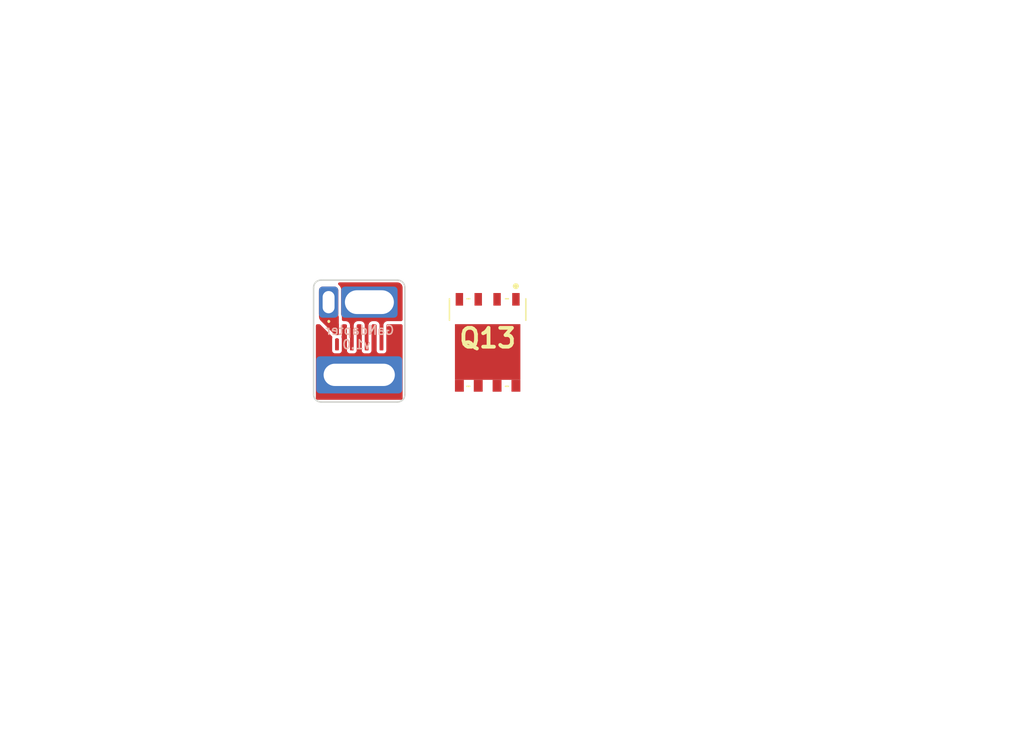
<source format=kicad_pcb>
(kicad_pcb (version 20240108) (generator "pcbnew") (generator_version "8.0")
  (layers (0 "F.Cu" mixed) (31 "B.Cu" mixed) (34 "B.Paste" user) (35 "F.Paste" user) (36 "B.SilkS" user "B.Silkscreen") (37 "F.SilkS" user "F.Silkscreen") (38 "B.Mask" user) (39 "F.Mask" user) (44 "Edge.Cuts" user))
  (net 0 "")
  (net 1 "Net-(Q13-S_1)")
  (net 2 "Net-(Q13-D_1)")
  (net 3 "Net-(Q1-G)")
  (footprint "DC-DC Footprint Lib:GanDapter Long pad" (layer "F.Cu") (at 93.11 124.465)
    (property "Reference" "TP1" (hide yes))
    (property "Value" "TestPoint")
    (pad "1" thru_hole roundrect (at 0 0) (size 5.8 2.5) (drill oval 4.8 1.5) (layers "*.Cu" "*.Mask") (roundrect_rratio 0.1) (net 2 "Net-(Q13-D_1)"))
  )
  (footprint "Samacsys:BSC027N06LS5ATMA1" (layer "F.Cu") (at 101.765 122.287 180)
    (property "Reference" "Q13" (at 0 0.294 0) (layer "F.SilkS") (effects (font (size 1.27 1.27) (thickness 0.254))))
    (property "Value" "BSC027N06LS5ATMA1" (hide yes))
    (fp_line (start 2.575 1.5) (end 2.575 2.95) (stroke (width 0.1)) (layer "F.SilkS"))
    (fp_line (start 1.2 2.95) (end 1.4 2.95) (stroke (width 0.1)) (layer "F.SilkS"))
    (fp_line (start 1.2 -2.95) (end 1.4 -2.95) (stroke (width 0.1)) (layer "F.SilkS"))
    (fp_line (start -1.4 2.95) (end -1.2 2.95) (stroke (width 0.1)) (layer "F.SilkS"))
    (fp_line (start -1.4 -2.95) (end -1.2 -2.95) (stroke (width 0.1)) (layer "F.SilkS"))
    (fp_line (start -1.8 3.8) (end -1.8 3.8) (stroke (width 0.2)) (layer "F.SilkS"))
    (fp_line (start -2 3.8) (end -2 3.8) (stroke (width 0.2)) (layer "F.SilkS"))
    (fp_line (start -2.575 1.5) (end -2.575 2.95) (stroke (width 0.1)) (layer "F.SilkS"))
    (fp_arc (start -1.8 3.8) (mid -1.9 3.9) (end -2 3.8) (stroke (width 0.2)) (layer "F.SilkS"))
    (fp_arc (start -2 3.8) (mid -1.9 3.7) (end -1.8 3.8) (stroke (width 0.2)) (layer "F.SilkS"))
    (pad "1" smd rect (at -1.905 2.913 180) (size 0.5 0.85) (layers "F.Cu" "F.Paste" "F.Mask") (net 1 "Net-(Q13-S_1)"))
    (pad "2" smd rect (at -0.635 2.913 180) (size 0.5 0.85) (layers "F.Cu" "F.Paste" "F.Mask") (net 1 "Net-(Q13-S_1)"))
    (pad "3" smd rect (at 0.635 2.913 180) (size 0.5 0.85) (layers "F.Cu" "F.Paste" "F.Mask") (net 1 "Net-(Q13-S_1)"))
    (pad "4" smd rect (at 1.905 2.913 180) (size 0.5 0.85) (layers "F.Cu" "F.Paste" "F.Mask") (net 3 "Net-(Q1-G)"))
    (pad "5" smd rect (at 1.905 -2.913 180) (size 0.6 0.8) (layers "F.Cu" "F.Paste" "F.Mask") (net 2 "Net-(Q13-D_1)"))
    (pad "6" smd rect (at 0.635 -2.913 180) (size 0.6 0.8) (layers "F.Cu" "F.Paste" "F.Mask") (net 2 "Net-(Q13-D_1)"))
    (pad "7" smd rect (at -0.635 -2.913 180) (size 0.6 0.8) (layers "F.Cu" "F.Paste" "F.Mask") (net 2 "Net-(Q13-D_1)"))
    (pad "8" smd rect (at -1.905 -2.913 180) (size 0.6 0.8) (layers "F.Cu" "F.Paste" "F.Mask") (net 2 "Net-(Q13-D_1)"))
    (pad "9" smd rect (at 0 -0.637 270) (size 3.75 4.41) (layers "F.Cu" "F.Paste" "F.Mask") (net 2 "Net-(Q13-D_1)"))
  )
  (footprint "DC-DC Footprint Lib:GAN3R2100CBEAZ" (layer "F.Cu") (at 93.11 121.913868)
    (property "Reference" "Q1" (hide yes))
    (property "Value" "GAN3R2-100CBEAZ" (hide yes))
    (fp_line (start -2.05 -1.1) (end -2.05 -1.1) (stroke (width 0.1)) (layer "F.SilkS"))
    (fp_line (start -2.05 -1) (end -2.05 -1) (stroke (width 0.1)) (layer "F.SilkS"))
    (fp_arc (start -2.05 -1.1) (mid -2 -1.05) (end -2.05 -1) (stroke (width 0.1)) (layer "F.SilkS"))
    (fp_arc (start -2.05 -1) (mid -2.1 -1.05) (end -2.05 -1.1) (stroke (width 0.1)) (layer "F.SilkS"))
    (pad "1" smd rect (at -1.5 -0.513) (size 0.25 0.77) (layers "F.Cu" "F.Paste" "F.Mask") (net 3 "Net-(Q1-G)"))
    (pad "2" smd rect (at -1.5 0.513) (size 0.25 0.77) (layers "F.Cu" "F.Paste" "F.Mask") (net 1 "Net-(Q13-S_1)"))
    (pad "3" smd rect (at -1 0) (size 0.25 1.62) (layers "F.Cu" "F.Paste" "F.Mask") (net 2 "Net-(Q13-D_1)"))
    (pad "4" smd rect (at -0.5 0) (size 0.25 1.8) (layers "F.Cu" "F.Paste" "F.Mask") (net 1 "Net-(Q13-S_1)"))
    (pad "5" smd rect (at 0 0) (size 0.25 1.62) (layers "F.Cu" "F.Paste" "F.Mask") (net 2 "Net-(Q13-D_1)"))
    (pad "6" smd rect (at 0.5 0) (size 0.25 1.8) (layers "F.Cu" "F.Paste" "F.Mask") (net 1 "Net-(Q13-S_1)"))
    (pad "7" smd rect (at 1 0) (size 0.25 1.62) (layers "F.Cu" "F.Paste" "F.Mask") (net 2 "Net-(Q13-D_1)"))
    (pad "8" smd rect (at 1.5 0) (size 0.25 1.8) (layers "F.Cu" "F.Paste" "F.Mask") (net 1 "Net-(Q13-S_1)"))
  )
  (footprint "DC-DC Footprint Lib:GanDapter short pad" (layer "F.Cu") (at 93.795 119.564822)
    (property "Reference" "TP3" (hide yes))
    (property "Value" "TestPoint")
    (pad "1" thru_hole roundrect (at 0 0) (size 3.8 2.1) (drill oval 3.3 1.6) (layers "*.Cu" "*.Mask") (roundrect_rratio 0.119047619) (net 1 "Net-(Q13-S_1)"))
  )
  (footprint "DC-DC Footprint Lib:GanDapter single pad" (layer "F.Cu") (at 91.045 119.564999)
    (property "Reference" "TP2" (hide yes))
    (property "Value" "TestPoint")
    (pad "1" thru_hole roundrect (at 0 0) (size 1.3 2.1) (drill oval 0.8 1.5) (layers "*.Cu" "*.Mask") (roundrect_rratio 0.1923076923) (net 3 "Net-(Q1-G)"))
  )
  (gr_line (start 95.685 126.295) (end 90.535 126.295) (stroke (width 0.1)) (layer "Edge.Cuts"))
  (gr_arc (start 95.685189 118.080189) (mid 96.038609 118.22658) (end 96.185 118.58) (stroke (width 0.1)) (layer "Edge.Cuts"))
  (gr_line (start 90.035 125.795) (end 90.035 118.58) (stroke (width 0.1)) (layer "Edge.Cuts"))
  (gr_line (start 90.535 118.08) (end 95.685 118.08) (stroke (width 0.1)) (layer "Edge.Cuts"))
  (gr_arc (start 90.035189 118.579811) (mid 90.18158 118.226391) (end 90.535 118.08) (stroke (width 0.1)) (layer "Edge.Cuts"))
  (gr_arc (start 96.186226 125.795) (mid 96.039835 126.14842) (end 95.686415 126.294811) (stroke (width 0.1)) (layer "Edge.Cuts"))
  (gr_line (start 96.185 125.795) (end 96.185 118.58) (stroke (width 0.1)) (layer "Edge.Cuts"))
  (gr_arc (start 90.534811 126.294811) (mid 90.181391 126.14842) (end 90.035 125.795) (stroke (width 0.1)) (layer "Edge.Cuts"))
  (gr_text "GaNdapter \nv1.0" (at 92.917267 122.775 0) (layer "B.SilkS") (effects (font (size 0.6 0.6) (thickness 0.1) (bold yes)) (justify bottom mirror)))
  (zone (net 3) (net_name "Net-(Q1-G)") (layer "F.Cu") (priority 2) (connect_pads yes (clearance 0.2)) (min_thickness 0.2) (fill yes (thermal_gap 0.5) (thermal_bridge_width 0.5) (smoothing fillet) (radius 0.35))
    (polygon (pts (xy 90.395 118.519999) (xy 91.735 118.52) (xy 91.735 121.79) (xy 91.485 121.79) (xy 90.395 120.7)))
  )
  (zone (net 2) (net_name "Net-(Q13-D_1)") (layer "F.Cu") (priority 1) (connect_pads yes (clearance 0)) (min_thickness 0.2) (fill yes (thermal_gap 0.5) (thermal_bridge_width 0.5))
    (polygon (pts (xy 90.185 121.05) (xy 96.035 121.05) (xy 96.035 126.145) (xy 90.185 126.145)))
  )
  (zone (net 1) (net_name "Net-(Q13-S_1)") (layer "F.Cu") (connect_pads yes (clearance 0.2)) (min_thickness 0.2) (fill yes (thermal_gap 0.5) (thermal_bridge_width 0.5) (smoothing fillet) (radius 0.35))
    (polygon (pts (xy 90.185 118.23) (xy 96.035 118.23) (xy 96.035 123.53) (xy 90.185 123.53)))
  )
)
</source>
